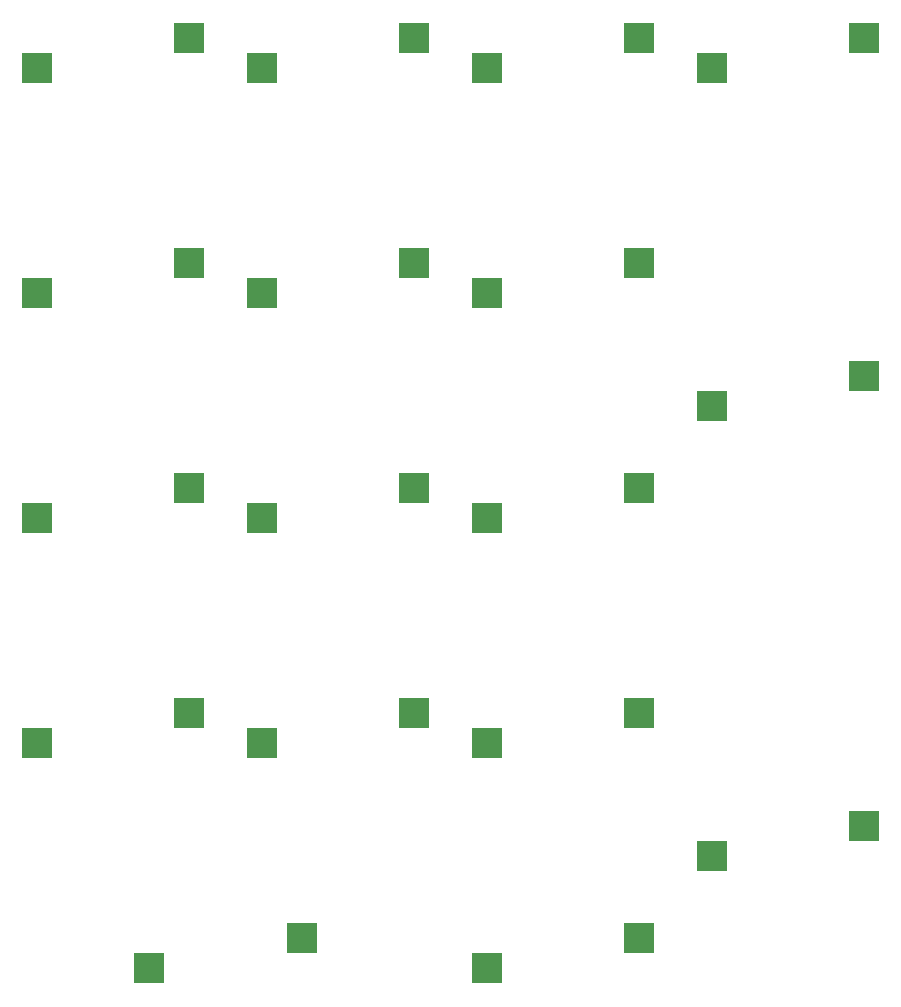
<source format=gbr>
%TF.GenerationSoftware,KiCad,Pcbnew,(6.0.5)*%
%TF.CreationDate,2022-06-21T22:17:49+02:00*%
%TF.ProjectId,Numpad,4e756d70-6164-42e6-9b69-6361645f7063,rev?*%
%TF.SameCoordinates,Original*%
%TF.FileFunction,Paste,Bot*%
%TF.FilePolarity,Positive*%
%FSLAX46Y46*%
G04 Gerber Fmt 4.6, Leading zero omitted, Abs format (unit mm)*
G04 Created by KiCad (PCBNEW (6.0.5)) date 2022-06-21 22:17:49*
%MOMM*%
%LPD*%
G01*
G04 APERTURE LIST*
%ADD10R,2.550000X2.500000*%
G04 APERTURE END LIST*
D10*
%TO.C,K_ZERO1*%
X51104000Y-140500000D03*
X38177000Y-143040000D03*
%TD*%
%TO.C,K_TWO1*%
X60624000Y-121455000D03*
X47697000Y-123995000D03*
%TD*%
%TO.C,K_DOT1*%
X79674000Y-140505000D03*
X66747000Y-143045000D03*
%TD*%
%TO.C,K_SLASH1*%
X60624000Y-64305000D03*
X47697000Y-66845000D03*
%TD*%
%TO.C,K_ENTER1*%
X98729000Y-130975000D03*
X85802000Y-133515000D03*
%TD*%
%TO.C,K_MINUS1*%
X98724000Y-64305000D03*
X85797000Y-66845000D03*
%TD*%
%TO.C,K_PLUS1*%
X98729000Y-92875000D03*
X85802000Y-95415000D03*
%TD*%
%TO.C,K_THREE1*%
X79674000Y-121455000D03*
X66747000Y-123995000D03*
%TD*%
%TO.C,K_SEVEN1*%
X41574000Y-83355000D03*
X28647000Y-85895000D03*
%TD*%
%TO.C,K_FOUR1*%
X41574000Y-102405000D03*
X28647000Y-104945000D03*
%TD*%
%TO.C,K_ONE1*%
X41574000Y-121455000D03*
X28647000Y-123995000D03*
%TD*%
%TO.C,K_FIVE1*%
X60624000Y-102405000D03*
X47697000Y-104945000D03*
%TD*%
%TO.C,K_SIX1*%
X79674000Y-102405000D03*
X66747000Y-104945000D03*
%TD*%
%TO.C,K_STAR1*%
X79674000Y-64305000D03*
X66747000Y-66845000D03*
%TD*%
%TO.C,K_EIGHT1*%
X60624000Y-83355000D03*
X47697000Y-85895000D03*
%TD*%
%TO.C,K_NUMPAD1*%
X41574000Y-64305000D03*
X28647000Y-66845000D03*
%TD*%
%TO.C,K_NINE1*%
X79674000Y-83355000D03*
X66747000Y-85895000D03*
%TD*%
M02*

</source>
